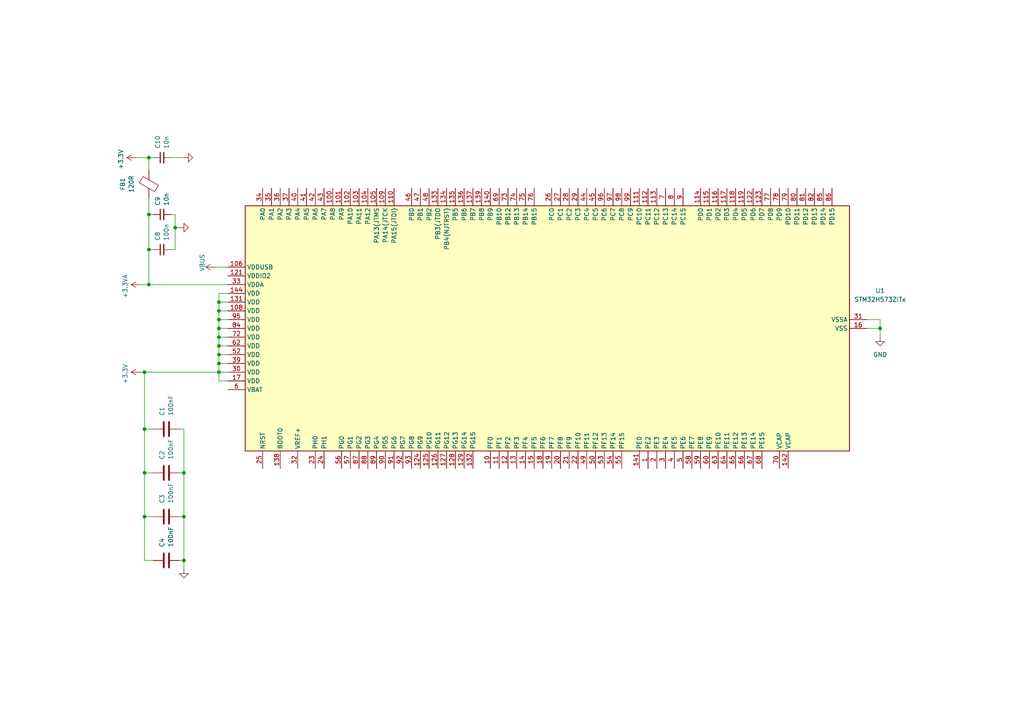
<source format=kicad_sch>
(kicad_sch (version 20231120) (generator "eeschema") (generator_version "8.0")
  (paper "A4")
  (title_block (date "2024-09-06") (rev "Tokyo") (company "CUHAR"))
  (lib_symbols
    (symbol "Device:C" (pin_numbers hide) (pin_names (offset 0.254))
      (property "Reference" "C" (at 0.635 2.54 0))
      (property "Value" "C" (at 0.635 -2.54 0))
      (symbol "C_0_1"
        (polyline (pts (xy -2.032 -0.762) (xy 2.032 -0.762)) (stroke (width 0.508)))
        (polyline (pts (xy -2.032 0.762) (xy 2.032 0.762)) (stroke (width 0.508)))
      )
      (symbol "C_1_1"
        (pin passive line (at 0 3.81 270) (length 2.794) (name "~") (number "1"))
        (pin passive line (at 0 -3.81 90) (length 2.794) (name "~") (number "2"))
      )
    )
    (symbol "Device:C_Small" (pin_numbers hide) (pin_names (offset 0.254) hide)
      (property "Reference" "C" (at 0.254 1.778 0))
      (property "Value" "C_Small" (at 0.254 -2.032 0))
      (symbol "C_Small_0_1"
        (polyline (pts (xy -1.524 -0.508) (xy 1.524 -0.508)) (stroke (width 0.3302)))
        (polyline (pts (xy -1.524 0.508) (xy 1.524 0.508)) (stroke (width 0.3048)))
      )
      (symbol "C_Small_1_1"
        (pin passive line (at 0 2.54 270) (length 2.032) (name "~") (number "1"))
        (pin passive line (at 0 -2.54 90) (length 2.032) (name "~") (number "2"))
      )
    )
    (symbol "Device:FerriteBead" (pin_numbers hide) (pin_names (offset 0))
      (property "Reference" "FB" (at -3.81 0.635 90))
      (property "Value" "FerriteBead" (at 3.81 0 90))
      (symbol "FerriteBead_0_1"
        (polyline (pts (xy 0 -1.27) (xy 0 -1.2192)))
        (polyline (pts (xy 0 1.27) (xy 0 1.2954)))
        (polyline (pts (xy -2.7686 0.4064) (xy -1.7018 2.2606) (xy 2.7686 -0.3048) (xy 1.6764 -2.159) (xy -2.7686 0.4064)))
      )
      (symbol "FerriteBead_1_1"
        (pin passive line (at 0 3.81 270) (length 2.54) (name "~") (number "1"))
        (pin passive line (at 0 -3.81 90) (length 2.54) (name "~") (number "2"))
      )
    )
    (symbol "MCU_ST_STM32H5:STM32H573ZITx"
      (property "Reference" "U" (at -35.56 90.17 0))
      (property "Value" "STM32H573ZITx" (at 20.32 90.17 0))
      (symbol "STM32H573ZITx_0_1"
        (rectangle (start -35.56 -86.36) (end 35.56 88.9) (stroke (width 0.254)) (fill (type background)))
      )
      (symbol "STM32H573ZITx_1_1"
        (pin bidirectional line (at -40.64 -27.94 0) (length 5.08) (name "PE2") (number "1"))
        (pin bidirectional line (at -40.64 17.78 0) (length 5.08) (name "PF0") (number "10"))
        (pin bidirectional line (at 40.64 63.5 180) (length 5.08) (name "PA8") (number "100"))
        (pin bidirectional line (at 40.64 60.96 180) (length 5.08) (name "PA9") (number "101"))
        (pin bidirectional line (at 40.64 58.42 180) (length 5.08) (name "PA10") (number "102"))
        (pin bidirectional line (at 40.64 55.88 180) (length 5.08) (name "PA11") (number "103"))
        (pin bidirectional line (at 40.64 53.34 180) (length 5.08) (name "PA12") (number "104"))
        (pin bidirectional line (at 40.64 50.8 180) (length 5.08) (name "PA13(JTMS") (number "105"))
        (pin power_in line (at 17.78 93.98 270) (length 5.08) (name "VDDUSB") (number "106"))
        (pin passive line (at 0 -91.44 90) (length 5.08) hide (name "VSS") (number "107"))
        (pin power_in line (at 5.08 93.98 270) (length 5.08) (name "VDD") (number "108"))
        (pin bidirectional line (at 40.64 48.26 180) (length 5.08) (name "PA14(JTCK") (number "109"))
        (pin bidirectional line (at -40.64 15.24 0) (length 5.08) (name "PF1") (number "11"))
        (pin bidirectional line (at 40.64 45.72 180) (length 5.08) (name "PA15(JTDI)") (number "110"))
        (pin bidirectional line (at 40.64 -25.4 180) (length 5.08) (name "PC10") (number "111"))
        (pin bidirectional line (at 40.64 -27.94 180) (length 5.08) (name "PC11") (number "112"))
        (pin bidirectional line (at 40.64 -30.48 180) (length 5.08) (name "PC12") (number "113"))
        (pin bidirectional line (at 40.64 -43.18 180) (length 5.08) (name "PD0") (number "114"))
        (pin bidirectional line (at 40.64 -45.72 180) (length 5.08) (name "PD1") (number "115"))
        (pin bidirectional line (at 40.64 -48.26 180) (length 5.08) (name "PD2") (number "116"))
        (pin bidirectional line (at 40.64 -50.8 180) (length 5.08) (name "PD3") (number "117"))
        (pin bidirectional line (at 40.64 -53.34 180) (length 5.08) (name "PD4") (number "118"))
        (pin bidirectional line (at 40.64 -55.88 180) (length 5.08) (name "PD5") (number "119"))
        (pin bidirectional line (at -40.64 12.7 0) (length 5.08) (name "PF2") (number "12"))
        (pin passive line (at 0 -91.44 90) (length 5.08) hide (name "VSS") (number "120"))
        (pin power_in line (at 15.24 93.98 270) (length 5.08) (name "VDDIO2") (number "121"))
        (pin bidirectional line (at 40.64 -58.42 180) (length 5.08) (name "PD6") (number "122"))
        (pin bidirectional line (at 40.64 -60.96 180) (length 5.08) (name "PD7") (number "123"))
        (pin bidirectional line (at -40.64 38.1 0) (length 5.08) (name "PG9") (number "124"))
        (pin bidirectional line (at -40.64 35.56 0) (length 5.08) (name "PG10") (number "125"))
        (pin bidirectional line (at -40.64 33.02 0) (length 5.08) (name "PG11") (number "126"))
        (pin bidirectional line (at -40.64 30.48 0) (length 5.08) (name "PG12") (number "127"))
        (pin bidirectional line (at -40.64 27.94 0) (length 5.08) (name "PG13") (number "128"))
        (pin bidirectional line (at -40.64 25.4 0) (length 5.08) (name "PG14") (number "129"))
        (pin bidirectional line (at -40.64 10.16 0) (length 5.08) (name "PF3") (number "13"))
        (pin passive line (at 0 -91.44 90) (length 5.08) hide (name "VSS") (number "130"))
        (pin power_in line (at 7.62 93.98 270) (length 5.08) (name "VDD") (number "131"))
        (pin bidirectional line (at -40.64 22.86 0) (length 5.08) (name "PG15") (number "132"))
        (pin bidirectional line (at 40.64 33.02 180) (length 5.08) (name "PB3(JTDO") (number "133"))
        (pin bidirectional line (at 40.64 30.48 180) (length 5.08) (name "PB4(NJTRST)") (number "134"))
        (pin bidirectional line (at 40.64 27.94 180) (length 5.08) (name "PB5") (number "135"))
        (pin bidirectional line (at 40.64 25.4 180) (length 5.08) (name "PB6") (number "136"))
        (pin bidirectional line (at 40.64 22.86 180) (length 5.08) (name "PB7") (number "137"))
        (pin input line (at -40.64 78.74 0) (length 5.08) (name "BOOT0") (number "138"))
        (pin bidirectional line (at 40.64 20.32 180) (length 5.08) (name "PB8") (number "139"))
        (pin bidirectional line (at -40.64 7.62 0) (length 5.08) (name "PF4") (number "14"))
        (pin bidirectional line (at 40.64 17.78 180) (length 5.08) (name "PB9") (number "140"))
        (pin bidirectional line (at -40.64 -25.4 0) (length 5.08) (name "PE0") (number "141"))
        (pin power_out line (at -40.64 -68.58 0) (length 5.08) (name "VCAP") (number "142"))
        (pin passive line (at 0 -91.44 90) (length 5.08) hide (name "VSS") (number "143"))
        (pin power_in line (at 10.16 93.98 270) (length 5.08) (name "VDD") (number "144"))
        (pin bidirectional line (at -40.64 5.08 0) (length 5.08) (name "PF5") (number "15"))
        (pin power_in line (at 0 -91.44 90) (length 5.08) (name "VSS") (number "16"))
        (pin power_in line (at -15.24 93.98 270) (length 5.08) (name "VDD") (number "17"))
        (pin bidirectional line (at -40.64 2.54 0) (length 5.08) (name "PF6") (number "18"))
        (pin bidirectional line (at -40.64 0 0) (length 5.08) (name "PF7") (number "19"))
        (pin bidirectional line (at -40.64 -30.48 0) (length 5.08) (name "PE3") (number "2"))
        (pin bidirectional line (at -40.64 -2.54 0) (length 5.08) (name "PF8") (number "20"))
        (pin bidirectional line (at -40.64 -5.08 0) (length 5.08) (name "PF9") (number "21"))
        (pin bidirectional line (at -40.64 -7.62 0) (length 5.08) (name "PF10") (number "22"))
        (pin bidirectional line (at -40.64 68.58 0) (length 5.08) (name "PH0") (number "23"))
        (pin bidirectional line (at -40.64 66.04 0) (length 5.08) (name "PH1") (number "24"))
        (pin input line (at -40.64 83.82 0) (length 5.08) (name "NRST") (number "25"))
        (pin bidirectional line (at 40.64 0 180) (length 5.08) (name "PC0") (number "26"))
        (pin bidirectional line (at 40.64 -2.54 180) (length 5.08) (name "PC1") (number "27"))
        (pin bidirectional line (at 40.64 -5.08 180) (length 5.08) (name "PC2") (number "28"))
        (pin bidirectional line (at 40.64 -7.62 180) (length 5.08) (name "PC3") (number "29"))
        (pin bidirectional line (at -40.64 -33.02 0) (length 5.08) (name "PE4") (number "3"))
        (pin power_in line (at -12.7 93.98 270) (length 5.08) (name "VDD") (number "30"))
        (pin power_in line (at 2.54 -91.44 90) (length 5.08) (name "VSSA") (number "31"))
        (pin input line (at -40.64 73.66 0) (length 5.08) (name "VREF+") (number "32"))
        (pin power_in line (at 12.7 93.98 270) (length 5.08) (name "VDDA") (number "33"))
        (pin bidirectional line (at 40.64 83.82 180) (length 5.08) (name "PA0") (number "34"))
        (pin bidirectional line (at 40.64 81.28 180) (length 5.08) (name "PA1") (number "35"))
        (pin bidirectional line (at 40.64 78.74 180) (length 5.08) (name "PA2") (number "36"))
        (pin bidirectional line (at 40.64 76.2 180) (length 5.08) (name "PA3") (number "37"))
        (pin passive line (at 0 -91.44 90) (length 5.08) hide (name "VSS") (number "38"))
        (pin power_in line (at -10.16 93.98 270) (length 5.08) (name "VDD") (number "39"))
        (pin bidirectional line (at -40.64 -35.56 0) (length 5.08) (name "PE5") (number "4"))
        (pin bidirectional line (at 40.64 73.66 180) (length 5.08) (name "PA4") (number "40"))
        (pin bidirectional line (at 40.64 71.12 180) (length 5.08) (name "PA5") (number "41"))
        (pin bidirectional line (at 40.64 68.58 180) (length 5.08) (name "PA6") (number "42"))
        (pin bidirectional line (at 40.64 66.04 180) (length 5.08) (name "PA7") (number "43"))
        (pin bidirectional line (at 40.64 -10.16 180) (length 5.08) (name "PC4") (number "44"))
        (pin bidirectional line (at 40.64 -12.7 180) (length 5.08) (name "PC5") (number "45"))
        (pin bidirectional line (at 40.64 40.64 180) (length 5.08) (name "PB0") (number "46"))
        (pin bidirectional line (at 40.64 38.1 180) (length 5.08) (name "PB1") (number "47"))
        (pin bidirectional line (at 40.64 35.56 180) (length 5.08) (name "PB2") (number "48"))
        (pin bidirectional line (at -40.64 -10.16 0) (length 5.08) (name "PF11") (number "49"))
        (pin bidirectional line (at -40.64 -38.1 0) (length 5.08) (name "PE6") (number "5"))
        (pin bidirectional line (at -40.64 -12.7 0) (length 5.08) (name "PF12") (number "50"))
        (pin passive line (at 0 -91.44 90) (length 5.08) hide (name "VSS") (number "51"))
        (pin power_in line (at -7.62 93.98 270) (length 5.08) (name "VDD") (number "52"))
        (pin bidirectional line (at -40.64 -15.24 0) (length 5.08) (name "PF13") (number "53"))
        (pin bidirectional line (at -40.64 -17.78 0) (length 5.08) (name "PF14") (number "54"))
        (pin bidirectional line (at -40.64 -20.32 0) (length 5.08) (name "PF15") (number "55"))
        (pin bidirectional line (at -40.64 60.96 0) (length 5.08) (name "PG0") (number "56"))
        (pin bidirectional line (at -40.64 58.42 0) (length 5.08) (name "PG1") (number "57"))
        (pin bidirectional line (at -40.64 -40.64 0) (length 5.08) (name "PE7") (number "58"))
        (pin bidirectional line (at -40.64 -43.18 0) (length 5.08) (name "PE8") (number "59"))
        (pin power_in line (at -17.78 93.98 270) (length 5.08) (name "VBAT") (number "6"))
        (pin bidirectional line (at -40.64 -45.72 0) (length 5.08) (name "PE9") (number "60"))
        (pin passive line (at 0 -91.44 90) (length 5.08) hide (name "VSS") (number "61"))
        (pin power_in line (at -5.08 93.98 270) (length 5.08) (name "VDD") (number "62"))
        (pin bidirectional line (at -40.64 -48.26 0) (length 5.08) (name "PE10") (number "63"))
        (pin bidirectional line (at -40.64 -50.8 0) (length 5.08) (name "PE11") (number "64"))
        (pin bidirectional line (at -40.64 -53.34 0) (length 5.08) (name "PE12") (number "65"))
        (pin bidirectional line (at -40.64 -55.88 0) (length 5.08) (name "PE13") (number "66"))
        (pin bidirectional line (at -40.64 -58.42 0) (length 5.08) (name "PE14") (number "67"))
        (pin bidirectional line (at -40.64 -60.96 0) (length 5.08) (name "PE15") (number "68"))
        (pin bidirectional line (at 40.64 15.24 180) (length 5.08) (name "PB10") (number "69"))
        (pin bidirectional line (at 40.64 -33.02 180) (length 5.08) (name "PC13") (number "7"))
        (pin power_out line (at -40.64 -66.04 0) (length 5.08) (name "VCAP") (number "70"))
        (pin passive line (at 0 -91.44 90) (length 5.08) hide (name "VSS") (number "71"))
        (pin power_in line (at -2.54 93.98 270) (length 5.08) (name "VDD") (number "72"))
        (pin bidirectional line (at 40.64 12.7 180) (length 5.08) (name "PB12") (number "73"))
        (pin bidirectional line (at 40.64 10.16 180) (length 5.08) (name "PB13") (number "74"))
        (pin bidirectional line (at 40.64 7.62 180) (length 5.08) (name "PB14") (number "75"))
        (pin bidirectional line (at 40.64 5.08 180) (length 5.08) (name "PB15") (number "76"))
        (pin bidirectional line (at 40.64 -63.5 180) (length 5.08) (name "PD8") (number "77"))
        (pin bidirectional line (at 40.64 -66.04 180) (length 5.08) (name "PD9") (number "78"))
        (pin bidirectional line (at 40.64 -68.58 180) (length 5.08) (name "PD10") (number "79"))
        (pin bidirectional line (at 40.64 -35.56 180) (length 5.08) (name "PC14") (number "8"))
        (pin bidirectional line (at 40.64 -71.12 180) (length 5.08) (name "PD11") (number "80"))
        (pin bidirectional line (at 40.64 -73.66 180) (length 5.08) (name "PD12") (number "81"))
        (pin bidirectional line (at 40.64 -76.2 180) (length 5.08) (name "PD13") (number "82"))
        (pin passive line (at 0 -91.44 90) (length 5.08) hide (name "VSS") (number "83"))
        (pin power_in line (at 0 93.98 270) (length 5.08) (name "VDD") (number "84"))
        (pin bidirectional line (at 40.64 -78.74 180) (length 5.08) (name "PD14") (number "85"))
        (pin bidirectional line (at 40.64 -81.28 180) (length 5.08) (name "PD15") (number "86"))
        (pin bidirectional line (at -40.64 55.88 0) (length 5.08) (name "PG2") (number "87"))
        (pin bidirectional line (at -40.64 53.34 0) (length 5.08) (name "PG3") (number "88"))
        (pin bidirectional line (at -40.64 50.8 0) (length 5.08) (name "PG4") (number "89"))
        (pin bidirectional line (at 40.64 -38.1 180) (length 5.08) (name "PC15") (number "9"))
        (pin bidirectional line (at -40.64 48.26 0) (length 5.08) (name "PG5") (number "90"))
        (pin bidirectional line (at -40.64 45.72 0) (length 5.08) (name "PG6") (number "91"))
        (pin bidirectional line (at -40.64 43.18 0) (length 5.08) (name "PG7") (number "92"))
        (pin bidirectional line (at -40.64 40.64 0) (length 5.08) (name "PG8") (number "93"))
        (pin passive line (at 0 -91.44 90) (length 5.08) hide (name "VSS") (number "94"))
        (pin power_in line (at 2.54 93.98 270) (length 5.08) (name "VDD") (number "95"))
        (pin bidirectional line (at 40.64 -15.24 180) (length 5.08) (name "PC6") (number "96"))
        (pin bidirectional line (at 40.64 -17.78 180) (length 5.08) (name "PC7") (number "97"))
        (pin bidirectional line (at 40.64 -20.32 180) (length 5.08) (name "PC8") (number "98"))
        (pin bidirectional line (at 40.64 -22.86 180) (length 5.08) (name "PC9") (number "99"))
      )
    )
    (symbol "power:+3.3V" (power) (pin_numbers hide) (pin_names (offset 0) hide)
      (property "Value" "+3.3V" (at 0 3.556 0))
      (symbol "+3.3V_0_1"
        (polyline (pts (xy -0.762 1.27) (xy 0 2.54)))
        (polyline (pts (xy 0 0) (xy 0 2.54)))
        (polyline (pts (xy 0 2.54) (xy 0.762 1.27)))
      )
      (symbol "+3.3V_1_1"
        (pin power_in line (at 0 0 90) (length 0) (name "~") (number "1"))
      )
    )
    (symbol "power:GND" (power) (pin_numbers hide) (pin_names (offset 0) hide)
      (property "Value" "GND" (at 0 -3.81 0))
      (symbol "GND_0_1"
        (polyline (pts (xy 0 0) (xy 0 -1.27) (xy 1.27 -1.27) (xy 0 -2.54) (xy -1.27 -1.27) (xy 0 -1.27)))
      )
      (symbol "GND_1_1"
        (pin power_in line (at 0 0 270) (length 0) (name "~") (number "1"))
      )
    )
    (symbol "power:VBUS" (power) (pin_numbers hide) (pin_names (offset 0) hide)
      (property "Value" "VBUS" (at 0 3.556 0))
      (symbol "VBUS_0_1"
        (polyline (pts (xy -0.762 1.27) (xy 0 2.54)))
        (polyline (pts (xy 0 0) (xy 0 2.54)))
        (polyline (pts (xy 0 2.54) (xy 0.762 1.27)))
      )
      (symbol "VBUS_1_1"
        (pin power_in line (at 0 0 90) (length 0) (name "~") (number "1"))
      )
    )
  )
  (junction (at 43.18 62.23))
  (junction (at 43.18 45.72))
  (junction (at 43.18 82.55))
  (junction (at 63.5 90.17))
  (junction (at 255.27 95.25))
  (junction (at 63.5 105.41))
  (junction (at 63.5 102.87))
  (junction (at 63.5 97.79))
  (junction (at 63.5 107.95))
  (junction (at 50.8 66.04))
  (junction (at 63.5 95.25))
  (junction (at 63.5 100.33))
  (junction (at 63.5 92.71))
  (junction (at 43.18 72.39))
  (junction (at 41.91 107.95))
  (junction (at 63.5 87.63))
  (junction (at 41.91 149.86))
  (junction (at 41.91 124.46))
  (junction (at 53.34 162.56))
  (junction (at 41.91 137.16))
  (junction (at 53.34 149.86))
  (junction (at 53.34 137.16))
  (wire (pts (xy 52.07 66.04) (xy 50.8 66.04)))
  (wire (pts (xy 63.5 100.33) (xy 63.5 102.87)))
  (wire (pts (xy 43.18 62.23) (xy 43.18 72.39)))
  (wire (pts (xy 49.53 45.72) (xy 53.34 45.72)))
  (wire (pts (xy 63.5 97.79) (xy 66.04 97.79)))
  (wire (pts (xy 41.91 137.16) (xy 44.45 137.16)))
  (wire (pts (xy 44.45 162.56) (xy 41.91 162.56)))
  (wire (pts (xy 63.5 110.49) (xy 66.04 110.49)))
  (wire (pts (xy 39.37 45.72) (xy 43.18 45.72)))
  (wire (pts (xy 63.5 92.71) (xy 66.04 92.71)))
  (wire (pts (xy 43.18 45.72) (xy 43.18 49.53)))
  (wire (pts (xy 63.5 87.63) (xy 66.04 87.63)))
  (wire (pts (xy 43.18 72.39) (xy 44.45 72.39)))
  (wire (pts (xy 251.46 95.25) (xy 255.27 95.25)))
  (wire (pts (xy 43.18 72.39) (xy 43.18 82.55)))
  (wire (pts (xy 63.5 85.09) (xy 66.04 85.09)))
  (wire (pts (xy 50.8 66.04) (xy 50.8 62.23)))
  (wire (pts (xy 63.5 100.33) (xy 66.04 100.33)))
  (wire (pts (xy 63.5 90.17) (xy 63.5 92.71)))
  (wire (pts (xy 41.91 149.86) (xy 41.91 137.16)))
  (wire (pts (xy 41.91 124.46) (xy 44.45 124.46)))
  (wire (pts (xy 43.18 57.15) (xy 43.18 62.23)))
  (wire (pts (xy 63.5 90.17) (xy 66.04 90.17)))
  (wire (pts (xy 53.34 137.16) (xy 52.07 137.16)))
  (wire (pts (xy 63.5 92.71) (xy 63.5 95.25)))
  (wire (pts (xy 53.34 162.56) (xy 52.07 162.56)))
  (wire (pts (xy 41.91 149.86) (xy 44.45 149.86)))
  (wire (pts (xy 63.5 102.87) (xy 66.04 102.87)))
  (wire (pts (xy 43.18 62.23) (xy 44.45 62.23)))
  (wire (pts (xy 53.34 149.86) (xy 52.07 149.86)))
  (wire (pts (xy 63.5 105.41) (xy 66.04 105.41)))
  (wire (pts (xy 63.5 107.95) (xy 66.04 107.95)))
  (wire (pts (xy 63.5 87.63) (xy 63.5 85.09)))
  (wire (pts (xy 41.91 137.16) (xy 41.91 124.46)))
  (wire (pts (xy 50.8 72.39) (xy 50.8 66.04)))
  (wire (pts (xy 53.34 162.56) (xy 53.34 149.86)))
  (wire (pts (xy 53.34 137.16) (xy 53.34 124.46)))
  (wire (pts (xy 53.34 124.46) (xy 52.07 124.46)))
  (wire (pts (xy 43.18 82.55) (xy 40.64 82.55)))
  (wire (pts (xy 63.5 97.79) (xy 63.5 100.33)))
  (wire (pts (xy 62.23 77.47) (xy 66.04 77.47)))
  (wire (pts (xy 53.34 149.86) (xy 53.34 137.16)))
  (wire (pts (xy 44.45 45.72) (xy 43.18 45.72)))
  (wire (pts (xy 63.5 95.25) (xy 63.5 97.79)))
  (wire (pts (xy 63.5 102.87) (xy 63.5 105.41)))
  (wire (pts (xy 251.46 92.71) (xy 255.27 92.71)))
  (wire (pts (xy 41.91 124.46) (xy 41.91 107.95)))
  (wire (pts (xy 53.34 165.1) (xy 53.34 162.56)))
  (wire (pts (xy 255.27 92.71) (xy 255.27 95.25)))
  (wire (pts (xy 43.18 82.55) (xy 66.04 82.55)))
  (wire (pts (xy 49.53 72.39) (xy 50.8 72.39)))
  (wire (pts (xy 50.8 62.23) (xy 49.53 62.23)))
  (wire (pts (xy 41.91 162.56) (xy 41.91 149.86)))
  (wire (pts (xy 63.5 87.63) (xy 63.5 90.17)))
  (wire (pts (xy 255.27 95.25) (xy 255.27 97.79)))
  (wire (pts (xy 63.5 107.95) (xy 63.5 110.49)))
  (wire (pts (xy 63.5 105.41) (xy 63.5 107.95)))
  (wire (pts (xy 41.91 107.95) (xy 63.5 107.95)))
  (wire (pts (xy 40.64 107.95) (xy 41.91 107.95)))
  (wire (pts (xy 63.5 95.25) (xy 66.04 95.25)))
  (symbol (lib_id "power:GND") (at 52.07 66.04 90) (unit 1)
    (property "Reference" "#PWR014" (effects (hide yes)))
    (property "Value" "GND" (effects (hide yes)))
    (property "Description" "Power symbol creates a global label with name \"GND\" , ground" (effects (hide yes)))
  )
  (symbol (lib_id "power:+3.3V") (at 39.37 45.72 90) (unit 1)
    (property "Reference" "#PWR016" (effects (hide yes)))
    (property "Value" "+3.3V" (at 35.052 46.228 0))
    (property "Description" "Power symbol creates a global label with name \"+3.3V\"" (effects (hide yes)))
  )
  (symbol (lib_id "power:GND") (at 255.27 97.79 0) (unit 1)
    (property "Reference" "#PWR01" (effects (hide yes)))
    (property "Value" "GND" (at 255.27 102.87 0))
    (property "Description" "Power symbol creates a global label with name \"GND\" , ground" (effects (hide yes)))
  )
  (symbol (lib_id "power:GND") (at 53.34 165.1 0) (unit 1)
    (property "Reference" "#PWR03" (effects (hide yes)))
    (property "Value" "GND" (effects (hide yes)))
    (property "Description" "Power symbol creates a global label with name \"GND\" , ground" (effects (hide yes)))
  )
  (symbol (lib_id "Device:C") (at 48.26 124.46 90) (unit 1)
    (property "Reference" "C1" (at 46.9899 120.65 0) (effects (justify left)))
    (property "Value" "100nF" (at 49.5299 120.65 0) (effects (justify left)))
    (property "Footprint" "Capacitor_SMD:C_0402_1005Metric" (effects (hide yes)))
    (property "Description" "Unpolarized capacitor" (effects (hide yes)))
  )
  (symbol (lib_id "power:VBUS") (at 62.23 77.47 90) (unit 1)
    (property "Reference" "#PWR04" (effects (hide yes)))
    (property "Value" "VBUS" (at 58.674 76.2 0))
    (property "Description" "Power symbol creates a global label with name \"VBUS\"" (effects (hide yes)))
  )
  (symbol (lib_id "MCU_ST_STM32H5:STM32H573ZITx") (at 160.02 95.25 90) (unit 1)
    (property "Reference" "U1" (at 255.27 84.328 90))
    (property "Value" "STM32H573ZITx" (at 255.27 86.868 90))
    (property "Footprint" "Package_QFP:LQFP-144_20x20mm_P0.5mm" (effects (hide yes)))
    (property "Datasheet" "https://www.st.com/resource/en/datasheet/stm32h573zi.pdf" (effects (hide yes)))
    (property "Description" "STMicroelectronics Arm Cortex-M33 MCU, 2048KB flash, 640KB RAM, 250 MHz, 1.62-3.6V, 112 GPIO, LQFP144" (effects (hide yes)))
  )
  (symbol (lib_id "Device:C_Small") (at 46.99 62.23 90) (unit 1)
    (property "Reference" "C9" (at 45.7262 59.69 0) (effects (justify left)))
    (property "Value" "10n" (at 48.2662 59.69 0) (effects (justify left)))
    (property "Footprint" "Capacitor_SMD:C_0402_1005Metric" (effects (hide yes)))
    (property "Description" "Unpolarized capacitor, small symbol" (effects (hide yes)))
  )
  (symbol (lib_id "power:+3.3V") (at 40.64 82.55 90) (unit 1)
    (property "Reference" "#PWR013" (effects (hide yes)))
    (property "Value" "+3.3VA" (at 36.322 83.058 0))
    (property "Description" "Power symbol creates a global label with name \"+3.3V\"" (effects (hide yes)))
  )
  (symbol (lib_id "power:GND") (at 53.34 45.72 90) (unit 1)
    (property "Reference" "#PWR015" (effects (hide yes)))
    (property "Value" "GND" (effects (hide yes)))
    (property "Description" "Power symbol creates a global label with name \"GND\" , ground" (effects (hide yes)))
  )
  (symbol (lib_id "Device:C") (at 48.26 149.86 90) (unit 1)
    (property "Reference" "C3" (at 46.9899 146.05 0) (effects (justify left)))
    (property "Value" "100nF" (at 49.5299 146.05 0) (effects (justify left)))
    (property "Footprint" "Capacitor_SMD:C_0402_1005Metric" (effects (hide yes)))
    (property "Description" "Unpolarized capacitor" (effects (hide yes)))
  )
  (symbol (lib_id "Device:C_Small") (at 46.99 45.72 90) (unit 1)
    (property "Reference" "C10" (at 45.7262 43.18 0) (effects (justify left)))
    (property "Value" "10n" (at 48.2662 43.18 0) (effects (justify left)))
    (property "Footprint" "Capacitor_SMD:C_0402_1005Metric" (effects (hide yes)))
    (property "Description" "Unpolarized capacitor, small symbol" (effects (hide yes)))
  )
  (symbol (lib_id "Device:C_Small") (at 46.99 72.39 90) (unit 1)
    (property "Reference" "C8" (at 45.7262 69.85 0) (effects (justify left)))
    (property "Value" "100n" (at 48.2662 69.85 0) (effects (justify left)))
    (property "Footprint" "Capacitor_SMD:C_0402_1005Metric" (effects (hide yes)))
    (property "Description" "Unpolarized capacitor, small symbol" (effects (hide yes)))
  )
  (symbol (lib_id "power:+3.3V") (at 40.64 107.95 90) (unit 1)
    (property "Reference" "#PWR02" (effects (hide yes)))
    (property "Value" "+3.3V" (at 36.322 108.458 0))
    (property "Description" "Power symbol creates a global label with name \"+3.3V\"" (effects (hide yes)))
  )
  (symbol (lib_id "Device:C") (at 48.26 162.56 90) (unit 1)
    (property "Reference" "C4" (at 46.9899 158.75 0) (effects (justify left)))
    (property "Value" "100nF" (at 49.5299 158.75 0) (effects (justify left)))
    (property "Footprint" "Capacitor_SMD:C_0402_1005Metric" (effects (hide yes)))
    (property "Description" "Unpolarized capacitor" (effects (hide yes)))
  )
  (symbol (lib_id "Device:FerriteBead") (at 43.18 53.34 180) (unit 1)
    (property "Reference" "FB1" (at 35.56 53.3908 90))
    (property "Value" "120R" (at 38.1 53.3908 90))
    (property "Footprint" "Inductor_SMD:L_0603_1608Metric" (effects (hide yes)))
    (property "Description" "Ferrite bead" (effects (hide yes)))
  )
  (symbol (lib_id "Device:C") (at 48.26 137.16 90) (unit 1)
    (property "Reference" "C2" (at 46.9899 133.35 0) (effects (justify left)))
    (property "Value" "100nF" (at 49.5299 133.35 0) (effects (justify left)))
    (property "Footprint" "Capacitor_SMD:C_0402_1005Metric" (effects (hide yes)))
    (property "Description" "Unpolarized capacitor" (effects (hide yes)))
  )
  (sheet (at 1.27 218.44) (size 45.72 27.94) (stroke (width 0.1524))
    (property "Sheetname" "Sensors" (at 1.27 217.7284 0) (effects (justify left bottom)))
    (property "Sheetfile" "sensors.kicad_sch" (at 1.27 246.9646 0) (effects (justify left top)))
  )
  (sheet (at 99.06 218.44) (size 43.18 27.94) (stroke (width 0.1524))
    (property "Sheetname" "Connectors" (at 99.06 217.7284 0) (effects (justify left bottom)))
    (property "Sheetfile" "connectors.kicad_sch" (at 99.06 246.9646 0) (effects (justify left top)))
  )
  (sheet (at 146.05 218.44) (size 43.18 27.94) (stroke (width 0.1524))
    (property "Sheetname" "Power" (at 146.05 217.7284 0) (effects (justify left bottom)))
    (property "Sheetfile" "power.kicad_sch" (at 146.05 246.9646 0) (effects (justify left top)))
  )
  (sheet (at 50.8 218.44) (size 44.45 27.94) (stroke (width 0.1524))
    (property "Sheetname" "Misc" (at 50.8 217.7284 0) (effects (justify left bottom)))
    (property "Sheetfile" "misc.kicad_sch" (at 50.8 246.9646 0) (effects (justify left top)))
  )
)
</source>
